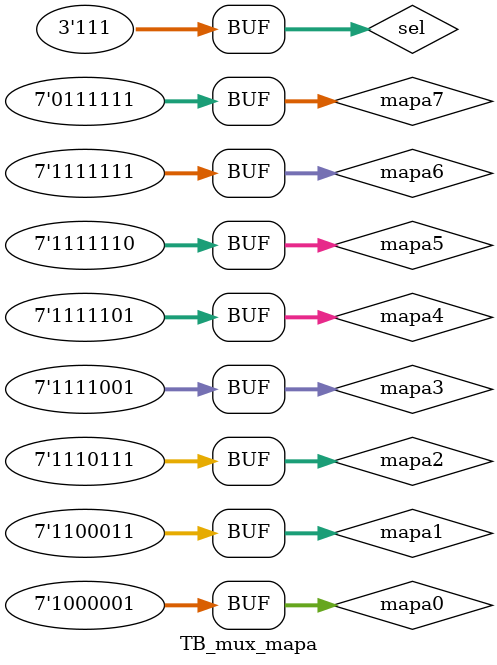
<source format=v>
module mux_mapa(
  mapa0, mapa1, mapa2, mapa3, mapa4, mapa5, mapa6, mapa7,
  sel,
  out
);
  input [6:0] mapa0, mapa1, mapa2, mapa3, mapa4, mapa5, mapa6, mapa7;
  input [2:0] sel;
  output [6:0] out;

  mux_8x1 m0(mapa0[6], mapa1[6], mapa2[6], mapa3[6], mapa4[6], mapa5[6], mapa6[6], mapa7[6], sel, out[6]);
  mux_8x1 m1(mapa0[5], mapa1[5], mapa2[5], mapa3[5], mapa4[5], mapa5[5], mapa6[5], mapa7[5], sel, out[5]);
  mux_8x1 m2(mapa0[4], mapa1[4], mapa2[4], mapa3[4], mapa4[4], mapa5[4], mapa6[4], mapa7[4], sel, out[4]);
  mux_8x1 m3(mapa0[3], mapa1[3], mapa2[3], mapa3[3], mapa4[3], mapa5[3], mapa6[3], mapa7[3], sel, out[3]);
  mux_8x1 m4(mapa0[2], mapa1[2], mapa2[2], mapa3[2], mapa4[2], mapa5[2], mapa6[2], mapa7[2], sel, out[2]);
  mux_8x1 m5(mapa0[1], mapa1[1], mapa2[1], mapa3[1], mapa4[1], mapa5[1], mapa6[1], mapa7[1], sel, out[1]);
  mux_8x1 m6(mapa0[0], mapa1[0], mapa2[0], mapa3[0], mapa4[0], mapa5[0], mapa6[0], mapa7[0], sel, out[0]);
endmodule

module TB_mux_mapa();
  reg [2:0] sel;
  reg [6:0] mapa0, mapa1, mapa2, mapa3, mapa4, mapa5, mapa6, mapa7;
  wire [6:0] out;

  mux_mapa mux_mapa(mapa0, mapa1, mapa2, mapa3, mapa4, mapa5, mapa6, mapa7, sel, out);

  initial begin
    mapa0 = 7'b1000001;
    mapa1 = 7'b1100011;
    mapa2 = 7'b1110111;
    mapa3 = 7'b1111001;
    mapa4 = 7'b1111101;
    mapa5 = 7'b1111110;
    mapa6 = 7'b1111111;
    mapa7 = 7'b0111111;

    sel = 3'b000; #10; // out = 1000001
    sel = 3'b001; #10; // out = 1100011
    sel = 3'b010; #10; // out = 1110111
    sel = 3'b011; #10; // out = 1111001
    sel = 3'b100; #10; // out = 1111101
    sel = 3'b101; #10; // out = 1111110
    sel = 3'b110; #10; // out = 1111111
    sel = 3'b111; #10; // out = 0111111
  end
endmodule
</source>
